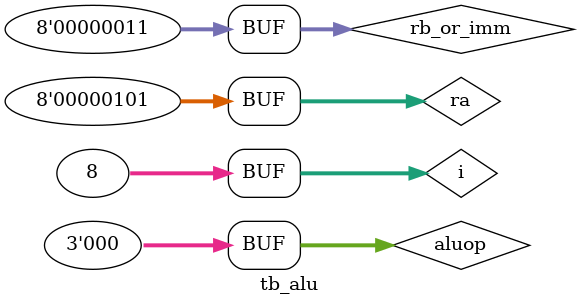
<source format=v>
module tb_alu;
// Inputs
reg [7:0] ra, rb_or_imm;
reg [2:0] aluop;

// Outputs
wire [7:0] aluout;
wire zero;

// Instantiate the ALU
integer i;
alu test_unit (
    aluop,         // ALU Operation Select
    ra,            // ALU 8-bit Input A
    rb_or_imm,     // ALU 8-bit Input B
    aluout,        // ALU 8-bit Output
    zero           // Zero Flag Output
);

initial begin
    // Monitor values
    $monitor("Time=%0t | ra=%d | rb_or_imm=%h | aluop=%d | aluout=%d | zero=%b", 
             $time, ra, rb_or_imm, aluop, aluout, zero);

    // Initial values
    ra = 8'd3;
    rb_or_imm = 8'd2;
    aluop = 3'b0;

    // Loop to test ALU operations
    for (i = 0; i <= 7; i = i + 1) begin
        aluop = aluop + 3'b1;  // Increment ALU operation
        #10;                   // Delay for each operation
    end

    // Change inputs for another test
    ra = 8'd5;
    rb_or_imm = 8'd3;
    aluop = 3'b0; // Test an operation with new inputs
    #10;
end
endmodule

</source>
